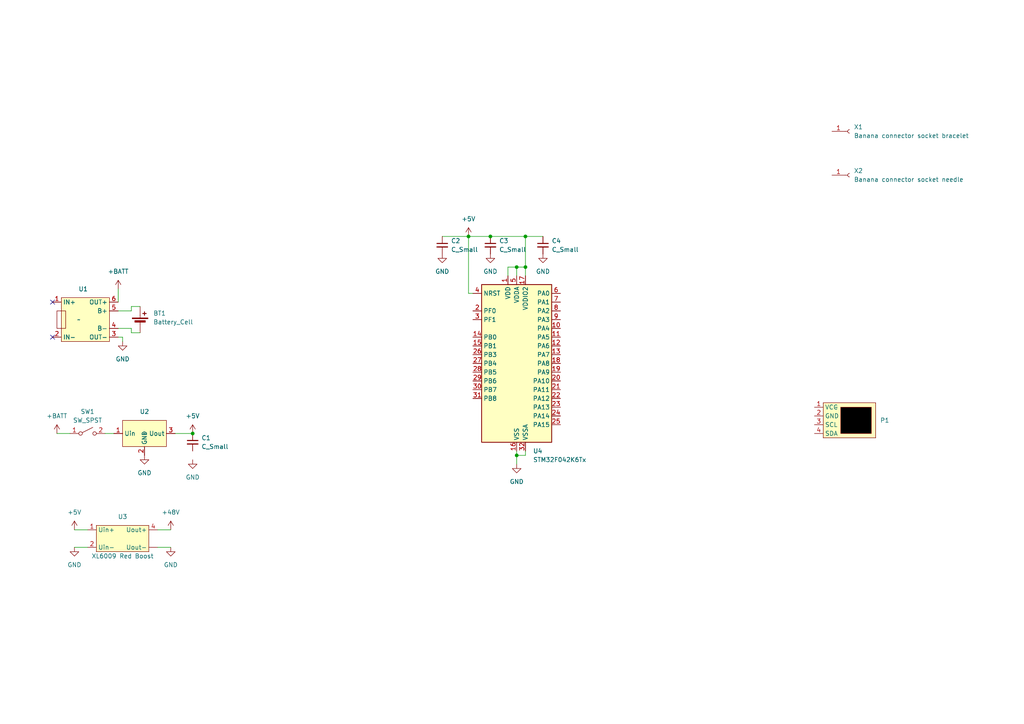
<source format=kicad_sch>
(kicad_sch (version 20230121) (generator eeschema)
  (paper "A4")
  (lib_symbols
    (symbol "Connector:Conn_01x01_Socket" (pin_names (offset 1.016) hide)
      (property "Reference" "J" (at 0 2.54 0))
      (property "Value" "Conn_01x01_Socket" (at 0 -2.54 0))
      (symbol "Conn_01x01_Socket_1_1"
        (polyline (pts (xy -1.27 0) (xy -0.508 0)) (stroke (width 0.1524)))
        (arc (start 0 0.508) (mid -0.5058 0) (end 0 -0.508) (stroke (width 0.1524)))
        (pin passive line (at -5.08 0 0) (length 3.81) (name "Pin_1") (number "1"))
      )
    )
    (symbol "Custom:Aliexpress_0.9-5V_to_5V_boost_converter"
      (property "Reference" "U" (at 2.54 5.08 0))
      (symbol "Aliexpress_0.9-5V_to_5V_boost_converter_1_1"
        (rectangle (start -6.35 3.81) (end 6.35 -3.81) (fill (type background)))
        (pin power_in line (at -8.89 0 0) (length 2.54) (name "Uin") (number "1"))
        (pin power_in line (at 0 -6.35 90) (length 2.54) (name "GND") (number "2"))
        (pin power_out line (at 8.89 0 180) (length 2.54) (name "Uout") (number "3"))
      )
    )
    (symbol "Custom:SSD1306_driver_and_display"
      (property "Reference" "P" (at -3.81 6.35 0))
      (symbol "SSD1306_driver_and_display_1_1"
        (rectangle (start -7.62 5.08) (end 7.62 -5.08) (fill (type background)))
        (rectangle (start -2.54 3.81) (end 6.35 -3.81) (fill (type color) (color 0 0 0 1)))
        (pin power_in line (at -10.16 3.81 0) (length 2.54) (name "VCC") (number "1"))
        (pin power_in line (at -10.16 1.27 0) (length 2.54) (name "GND") (number "2"))
        (pin bidirectional line (at -10.16 -1.27 0) (length 2.54) (name "SCL") (number "3"))
        (pin bidirectional line (at -10.16 -3.81 0) (length 2.54) (name "SDA") (number "4"))
      )
    )
    (symbol "Custom:TP4056_1s_BMS_usbC"
      (property "Reference" "U" (at 1.27 7.62 0))
      (symbol "TP4056_1s_BMS_usbC_0_1"
        (rectangle (start -6.35 2.54) (end -3.81 -2.54))
      )
      (symbol "TP4056_1s_BMS_usbC_1_1"
        (rectangle (start -5.08 6.35) (end 8.89 -6.35) (fill (type background)))
        (pin power_in line (at -7.62 5.08 0) (length 2.54) (name "IN+") (number "1"))
        (pin power_in line (at -7.62 -5.08 0) (length 2.54) (name "IN-") (number "2"))
        (pin power_out line (at 11.43 -5.08 180) (length 2.54) (name "OUT-") (number "3"))
        (pin power_out line (at 11.43 -2.54 180) (length 2.54) (name "B-") (number "4"))
        (pin power_out line (at 11.43 2.54 180) (length 2.54) (name "B+") (number "5"))
        (pin power_out line (at 11.43 5.08 180) (length 2.54) (name "OUT+") (number "6"))
      )
    )
    (symbol "Custom:XL6009_"
      (property "Reference" "U" (at 0 5.08 0))
      (symbol "XL6009__1_1"
        (rectangle (start -7.62 3.81) (end 7.62 -3.81) (fill (type background)))
        (pin power_in line (at 10.16 -2.54 180) (length 2.54) (name "Uout-") (number ""))
        (pin power_in line (at -10.16 2.54 0) (length 2.54) (name "Uin+") (number "1"))
        (pin power_in line (at -10.16 -2.54 0) (length 2.54) (name "Uin-") (number "2"))
        (pin power_in line (at 10.16 2.54 180) (length 2.54) (name "Uout+") (number "4"))
      )
    )
    (symbol "Device:Battery_Cell" (pin_numbers hide) (pin_names (offset 0) hide)
      (property "Reference" "BT" (at 2.54 2.54 0))
      (property "Value" "Battery_Cell" (at 2.54 0 0))
      (symbol "Battery_Cell_0_1"
        (rectangle (start -2.286 1.778) (end 2.286 1.524) (fill (type outline)))
        (rectangle (start -1.524 1.016) (end 1.524 0.508) (fill (type outline)))
        (polyline (pts (xy 0 0.762) (xy 0 0)))
        (polyline (pts (xy 0 1.778) (xy 0 2.54)))
        (polyline (pts (xy 0.762 3.048) (xy 1.778 3.048)) (stroke (width 0.254)))
        (polyline (pts (xy 1.27 3.556) (xy 1.27 2.54)) (stroke (width 0.254)))
      )
      (symbol "Battery_Cell_1_1"
        (pin passive line (at 0 5.08 270) (length 2.54) (name "+") (number "1"))
        (pin passive line (at 0 -2.54 90) (length 2.54) (name "-") (number "2"))
      )
    )
    (symbol "Device:C_Small" (pin_numbers hide) (pin_names (offset 0.254) hide)
      (property "Reference" "C" (at 0.254 1.778 0))
      (property "Value" "C_Small" (at 0.254 -2.032 0))
      (symbol "C_Small_0_1"
        (polyline (pts (xy -1.524 -0.508) (xy 1.524 -0.508)) (stroke (width 0.3302)))
        (polyline (pts (xy -1.524 0.508) (xy 1.524 0.508)) (stroke (width 0.3048)))
      )
      (symbol "C_Small_1_1"
        (pin passive line (at 0 2.54 270) (length 2.032) (name "~") (number "1"))
        (pin passive line (at 0 -2.54 90) (length 2.032) (name "~") (number "2"))
      )
    )
    (symbol "MCU_ST_STM32F0:STM32F042K6Tx"
      (property "Reference" "U" (at -10.16 24.13 0))
      (property "Value" "STM32F042K6Tx" (at 5.08 24.13 0))
      (symbol "STM32F042K6Tx_0_1"
        (rectangle (start -10.16 -22.86) (end 10.16 22.86) (stroke (width 0.254)) (fill (type background)))
      )
      (symbol "STM32F042K6Tx_1_1"
        (pin power_in line (at -2.54 25.4 270) (length 2.54) (name "VDD") (number "1"))
        (pin bidirectional line (at 12.7 10.16 180) (length 2.54) (name "PA4") (number "10"))
        (pin bidirectional line (at 12.7 7.62 180) (length 2.54) (name "PA5") (number "11"))
        (pin bidirectional line (at 12.7 5.08 180) (length 2.54) (name "PA6") (number "12"))
        (pin bidirectional line (at 12.7 2.54 180) (length 2.54) (name "PA7") (number "13"))
        (pin bidirectional line (at -12.7 7.62 0) (length 2.54) (name "PB0") (number "14"))
        (pin bidirectional line (at -12.7 5.08 0) (length 2.54) (name "PB1") (number "15"))
        (pin power_in line (at 0 -25.4 90) (length 2.54) (name "VSS") (number "16"))
        (pin power_in line (at 2.54 25.4 270) (length 2.54) (name "VDDIO2") (number "17"))
        (pin bidirectional line (at 12.7 0 180) (length 2.54) (name "PA8") (number "18"))
        (pin bidirectional line (at 12.7 -2.54 180) (length 2.54) (name "PA9") (number "19"))
        (pin bidirectional line (at -12.7 15.24 0) (length 2.54) (name "PF0") (number "2"))
        (pin bidirectional line (at 12.7 -5.08 180) (length 2.54) (name "PA10") (number "20"))
        (pin bidirectional line (at 12.7 -7.62 180) (length 2.54) (name "PA11") (number "21"))
        (pin bidirectional line (at 12.7 -10.16 180) (length 2.54) (name "PA12") (number "22"))
        (pin bidirectional line (at 12.7 -12.7 180) (length 2.54) (name "PA13") (number "23"))
        (pin bidirectional line (at 12.7 -15.24 180) (length 2.54) (name "PA14") (number "24"))
        (pin bidirectional line (at 12.7 -17.78 180) (length 2.54) (name "PA15") (number "25"))
        (pin bidirectional line (at -12.7 2.54 0) (length 2.54) (name "PB3") (number "26"))
        (pin bidirectional line (at -12.7 0 0) (length 2.54) (name "PB4") (number "27"))
        (pin bidirectional line (at -12.7 -2.54 0) (length 2.54) (name "PB5") (number "28"))
        (pin bidirectional line (at -12.7 -5.08 0) (length 2.54) (name "PB6") (number "29"))
        (pin bidirectional line (at -12.7 12.7 0) (length 2.54) (name "PF1") (number "3"))
        (pin bidirectional line (at -12.7 -7.62 0) (length 2.54) (name "PB7") (number "30"))
        (pin bidirectional line (at -12.7 -10.16 0) (length 2.54) (name "PB8") (number "31"))
        (pin power_in line (at 2.54 -25.4 90) (length 2.54) (name "VSSA") (number "32"))
        (pin input line (at -12.7 20.32 0) (length 2.54) (name "NRST") (number "4"))
        (pin power_in line (at 0 25.4 270) (length 2.54) (name "VDDA") (number "5"))
        (pin bidirectional line (at 12.7 20.32 180) (length 2.54) (name "PA0") (number "6"))
        (pin bidirectional line (at 12.7 17.78 180) (length 2.54) (name "PA1") (number "7"))
        (pin bidirectional line (at 12.7 15.24 180) (length 2.54) (name "PA2") (number "8"))
        (pin bidirectional line (at 12.7 12.7 180) (length 2.54) (name "PA3") (number "9"))
      )
    )
    (symbol "Switch:SW_SPST" (pin_names (offset 0) hide)
      (property "Reference" "SW" (at 0 3.175 0))
      (property "Value" "SW_SPST" (at 0 -2.54 0))
      (symbol "SW_SPST_0_0"
        (circle (center -2.032 0) (radius 0.508))
        (polyline (pts (xy -1.524 0.254) (xy 1.524 1.778)))
        (circle (center 2.032 0) (radius 0.508))
      )
      (symbol "SW_SPST_1_1"
        (pin passive line (at -5.08 0 0) (length 2.54) (name "A") (number "1"))
        (pin passive line (at 5.08 0 180) (length 2.54) (name "B") (number "2"))
      )
    )
    (symbol "power:+48V" (power) (pin_names (offset 0))
      (property "Value" "+48V" (at 0 3.556 0))
      (symbol "+48V_0_1"
        (polyline (pts (xy -0.762 1.27) (xy 0 2.54)))
        (polyline (pts (xy 0 0) (xy 0 2.54)))
        (polyline (pts (xy 0 2.54) (xy 0.762 1.27)))
      )
      (symbol "+48V_1_1"
        (pin power_in line (at 0 0 90) (length 0) hide (name "+48V") (number "1"))
      )
    )
    (symbol "power:+5V" (power) (pin_names (offset 0))
      (property "Value" "+5V" (at 0 3.556 0))
      (symbol "+5V_0_1"
        (polyline (pts (xy -0.762 1.27) (xy 0 2.54)))
        (polyline (pts (xy 0 0) (xy 0 2.54)))
        (polyline (pts (xy 0 2.54) (xy 0.762 1.27)))
      )
      (symbol "+5V_1_1"
        (pin power_in line (at 0 0 90) (length 0) hide (name "+5V") (number "1"))
      )
    )
    (symbol "power:+BATT" (power) (pin_names (offset 0))
      (property "Value" "+BATT" (at 0 3.556 0))
      (symbol "+BATT_0_1"
        (polyline (pts (xy -0.762 1.27) (xy 0 2.54)))
        (polyline (pts (xy 0 0) (xy 0 2.54)))
        (polyline (pts (xy 0 2.54) (xy 0.762 1.27)))
      )
      (symbol "+BATT_1_1"
        (pin power_in line (at 0 0 90) (length 0) hide (name "+BATT") (number "1"))
      )
    )
    (symbol "power:GND" (power) (pin_names (offset 0))
      (property "Value" "GND" (at 0 -3.81 0))
      (symbol "GND_0_1"
        (polyline (pts (xy 0 0) (xy 0 -1.27) (xy 1.27 -1.27) (xy 0 -2.54) (xy -1.27 -1.27) (xy 0 -1.27)))
      )
      (symbol "GND_1_1"
        (pin power_in line (at 0 0 270) (length 0) hide (name "GND") (number "1"))
      )
    )
  )
  (junction (at 152.4 77.47))
  (junction (at 55.88 125.73))
  (junction (at 152.4 68.58))
  (junction (at 142.24 68.58))
  (junction (at 135.89 68.58))
  (junction (at 149.86 132.08))
  (junction (at 149.86 77.47))
  (no_connect (at 15.24 87.63))
  (no_connect (at 15.24 97.79))
  (wire (pts (xy 147.32 77.47) (xy 147.32 80.01)))
  (wire (pts (xy 38.1 95.25) (xy 38.1 96.52)))
  (wire (pts (xy 35.56 97.79) (xy 35.56 99.06)))
  (wire (pts (xy 38.1 96.52) (xy 40.64 96.52)))
  (wire (pts (xy 152.4 77.47) (xy 152.4 80.01)))
  (wire (pts (xy 34.29 90.17) (xy 38.1 90.17)))
  (wire (pts (xy 16.51 125.73) (xy 20.32 125.73)))
  (wire (pts (xy 38.1 90.17) (xy 38.1 88.9)))
  (wire (pts (xy 149.86 132.08) (xy 149.86 134.62)))
  (wire (pts (xy 135.89 68.58) (xy 135.89 85.09)))
  (wire (pts (xy 152.4 132.08) (xy 149.86 132.08)))
  (wire (pts (xy 135.89 68.58) (xy 142.24 68.58)))
  (wire (pts (xy 128.27 68.58) (xy 135.89 68.58)))
  (wire (pts (xy 157.48 68.58) (xy 152.4 68.58)))
  (wire (pts (xy 38.1 88.9) (xy 40.64 88.9)))
  (wire (pts (xy 21.59 158.75) (xy 25.4 158.75)))
  (wire (pts (xy 34.29 83.82) (xy 34.29 87.63)))
  (wire (pts (xy 135.89 85.09) (xy 137.16 85.09)))
  (wire (pts (xy 34.29 95.25) (xy 38.1 95.25)))
  (wire (pts (xy 30.48 125.73) (xy 33.02 125.73)))
  (wire (pts (xy 50.8 125.73) (xy 55.88 125.73)))
  (wire (pts (xy 152.4 68.58) (xy 152.4 77.47)))
  (wire (pts (xy 149.86 77.47) (xy 149.86 80.01)))
  (wire (pts (xy 152.4 77.47) (xy 149.86 77.47)))
  (wire (pts (xy 45.72 153.67) (xy 49.53 153.67)))
  (wire (pts (xy 152.4 130.81) (xy 152.4 132.08)))
  (wire (pts (xy 149.86 77.47) (xy 147.32 77.47)))
  (wire (pts (xy 34.29 97.79) (xy 35.56 97.79)))
  (wire (pts (xy 142.24 68.58) (xy 152.4 68.58)))
  (wire (pts (xy 149.86 130.81) (xy 149.86 132.08)))
  (wire (pts (xy 45.72 158.75) (xy 49.53 158.75)))
  (wire (pts (xy 21.59 153.67) (xy 25.4 153.67)))
  (symbol (lib_id "Custom:XL6009_") (at 35.56 156.21 0) (unit 1)
    (property "Reference" "U3" (at 35.56 149.86 0))
    (property "Value" "XL6009 Red Boost" (at 35.56 161.29 0))
  )
  (symbol (lib_id "power:GND") (at 21.59 158.75 0) (unit 1)
    (property "Reference" "#PWR07" (effects hide))
    (property "Value" "GND" (at 21.59 163.83 0))
  )
  (symbol (lib_id "Device:C_Small") (at 55.88 128.27 0) (unit 1)
    (property "Reference" "C1" (at 58.42 127.0063 0) (effects (justify left)))
    (property "Value" "C_Small" (at 58.42 129.5463 0) (effects (justify left)))
  )
  (symbol (lib_id "Custom:TP4056_1s_BMS_usbC") (at 22.86 92.71 0) (unit 1)
    (property "Reference" "U1" (at 24.13 83.82 0))
    (property "Value" "~" (at 22.86 92.71 0))
  )
  (symbol (lib_id "Device:Battery_Cell") (at 40.64 93.98 0) (unit 1)
    (property "Reference" "BT1" (at 44.45 90.8685 0) (effects (justify left)))
    (property "Value" "Battery_Cell" (at 44.45 93.4085 0) (effects (justify left)))
  )
  (symbol (lib_id "power:+BATT") (at 16.51 125.73 0) (unit 1)
    (property "Reference" "#PWR04" (effects hide))
    (property "Value" "+BATT" (at 16.51 120.65 0))
  )
  (symbol (lib_id "power:+5V") (at 55.88 125.73 0) (unit 1)
    (property "Reference" "#PWR05" (effects hide))
    (property "Value" "+5V" (at 55.88 120.65 0))
  )
  (symbol (lib_id "power:GND") (at 149.86 134.62 0) (unit 1)
    (property "Reference" "#PWR012" (effects hide))
    (property "Value" "GND" (at 149.86 139.7 0))
  )
  (symbol (lib_id "power:+5V") (at 135.89 68.58 0) (unit 1)
    (property "Reference" "#PWR010" (effects hide))
    (property "Value" "+5V" (at 135.89 63.5 0))
  )
  (symbol (lib_id "power:GND") (at 142.24 73.66 0) (unit 1)
    (property "Reference" "#PWR014" (effects hide))
    (property "Value" "GND" (at 142.24 78.74 0))
  )
  (symbol (lib_id "MCU_ST_STM32F0:STM32F042K6Tx") (at 149.86 105.41 0) (unit 1)
    (property "Reference" "U4" (at 154.5941 130.81 0) (effects (justify left)))
    (property "Value" "STM32F042K6Tx" (at 154.5941 133.35 0) (effects (justify left)))
    (property "Footprint" "Package_QFP:LQFP-32_7x7mm_P0.8mm" (effects hide))
    (property "Datasheet" "https://www.st.com/resource/en/datasheet/stm32f042k6.pdf" (effects hide))
  )
  (symbol (lib_id "power:GND") (at 55.88 133.35 0) (unit 1)
    (property "Reference" "#PWR06" (effects hide))
    (property "Value" "GND" (at 55.88 138.43 0))
  )
  (symbol (lib_id "Custom:Aliexpress_0.9-5V_to_5V_boost_converter") (at 41.91 125.73 0) (unit 1)
    (property "Reference" "U2" (at 41.91 119.38 0))
    (property "Value" "~" (at 41.91 125.73 0))
  )
  (symbol (lib_id "Connector:Conn_01x01_Socket") (at 246.38 50.8 0) (unit 1)
    (property "Reference" "X2" (at 247.65 49.53 0) (effects (justify left)))
    (property "Value" "Banana connector socket needle" (at 247.65 52.07 0) (effects (justify left)))
  )
  (symbol (lib_id "Custom:SSD1306_driver_and_display") (at 246.38 121.92 0) (unit 1)
    (property "Reference" "P1" (at 255.27 121.92 0) (effects (justify left)))
    (property "Value" "~" (at 242.57 118.11 0))
  )
  (symbol (lib_id "power:+48V") (at 49.53 153.67 0) (unit 1)
    (property "Reference" "#PWR011" (effects hide))
    (property "Value" "+48V" (at 49.53 148.59 0))
  )
  (symbol (lib_id "power:GND") (at 128.27 73.66 0) (unit 1)
    (property "Reference" "#PWR013" (effects hide))
    (property "Value" "GND" (at 128.27 78.74 0))
  )
  (symbol (lib_id "Device:C_Small") (at 142.24 71.12 0) (unit 1)
    (property "Reference" "C3" (at 144.78 69.8563 0) (effects (justify left)))
    (property "Value" "C_Small" (at 144.78 72.3963 0) (effects (justify left)))
  )
  (symbol (lib_id "Device:C_Small") (at 128.27 71.12 0) (unit 1)
    (property "Reference" "C2" (at 130.81 69.8563 0) (effects (justify left)))
    (property "Value" "C_Small" (at 130.81 72.3963 0) (effects (justify left)))
  )
  (symbol (lib_id "power:GND") (at 35.56 99.06 0) (unit 1)
    (property "Reference" "#PWR01" (effects hide))
    (property "Value" "GND" (at 35.56 104.14 0))
  )
  (symbol (lib_id "Device:C_Small") (at 157.48 71.12 0) (unit 1)
    (property "Reference" "C4" (at 160.02 69.8563 0) (effects (justify left)))
    (property "Value" "C_Small" (at 160.02 72.3963 0) (effects (justify left)))
  )
  (symbol (lib_id "Switch:SW_SPST") (at 25.4 125.73 0) (unit 1)
    (property "Reference" "SW1" (at 25.4 119.38 0))
    (property "Value" "SW_SPST" (at 25.4 121.92 0))
  )
  (symbol (lib_id "power:GND") (at 41.91 132.08 0) (unit 1)
    (property "Reference" "#PWR03" (effects hide))
    (property "Value" "GND" (at 41.91 137.16 0))
  )
  (symbol (lib_id "power:+5V") (at 21.59 153.67 0) (unit 1)
    (property "Reference" "#PWR09" (effects hide))
    (property "Value" "+5V" (at 21.59 148.59 0))
  )
  (symbol (lib_id "power:+BATT") (at 34.29 83.82 0) (unit 1)
    (property "Reference" "#PWR02" (effects hide))
    (property "Value" "+BATT" (at 34.29 78.74 0))
  )
  (symbol (lib_id "power:GND") (at 157.48 73.66 0) (unit 1)
    (property "Reference" "#PWR015" (effects hide))
    (property "Value" "GND" (at 157.48 78.74 0))
  )
  (symbol (lib_id "power:GND") (at 49.53 158.75 0) (unit 1)
    (property "Reference" "#PWR08" (effects hide))
    (property "Value" "GND" (at 49.53 163.83 0))
  )
  (symbol (lib_id "Connector:Conn_01x01_Socket") (at 246.38 38.1 0) (unit 1)
    (property "Reference" "X1" (at 247.65 36.83 0) (effects (justify left)))
    (property "Value" "Banana connector socket bracelet" (at 247.65 39.37 0) (effects (justify left)))
  )
)
</source>
